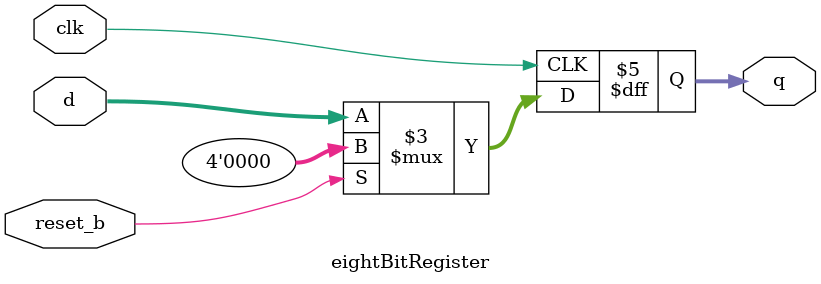
<source format=v>
module part3(clock, reset, ParallelLoadn, RotateRight, ASRight, Data_IN, Q);
	input clock;
	input reset;
	input ParallelLoadn;
	input RotateRight;
	input ASRight;
	input [3:0]Data_IN;
	output [3:0]Q;
	
	wire [3:0] connectionCalculate_register;
	
	calculate C1(.ParallelLoadn(ParallelLoadn), .RotateRight(RotateRight), .ASRight(ASRight), .Data_IN(Data_IN), .Out(connectionCalculate_register), .result_Register(Q));
		
	eightBitRegister e1(.clk(clock), .reset_b(reset), .d(connectionCalculate_register), .q(Q));
endmodule



module calculate(ParallelLoadn, RotateRight, ASRight, Data_IN, Out, result_Register);
	input ParallelLoadn;
	input RotateRight;
	input ASRight;
	input [3:0] Data_IN;
	output reg [3:0] Out;
	input [3:0] result_Register;
	

	always@(*)
		begin 
			if (ParallelLoadn==1) 
				///case 1
				Out=result_Register;
				
				if (RotateRight==0)
					Out= {result_Register[2:0], result_Register[3]};
					
				
				if (RotateRight==1)
					Out= {result_Register[0], result_Register[3:1]};	
					
					
			
			if (ParallelLoadn==0)
				Out=Data_IN;
				
				
			
//			

//			else if(ParallelLoadn==1 & RotateRight==1 & ASRight==0)
//				///case 2
//				Out = Data_IN >> 1;
//				
//			else if(ParallelLoadn==1 & RotateRight==1 & ASRight==1)
//				///case 3
//				Out <= {Data_IN[7], Data_IN[7:1]};
//			
//			
//			else if(ParallelLoadn==1 & RotateRight==0)
//				///case 4
//				Out= Data_IN << 1;
//			
//			else if(ParallelLoadn==0 & RotateRight==1 & ASRight==0)
//				///case 5
//				Out= Data_IN;
				
		end
endmodule


module eightBitRegister(clk,reset_b,d,q);
	input wire clk;
	input wire reset_b;
	input wire [3:0]d;
	output reg [3:0]q;
	
	
	always@ (posedge clk)
		begin
			if (reset_b) q <= 1'b 0 ;
			else q <= d ;
		end
endmodule


</source>
